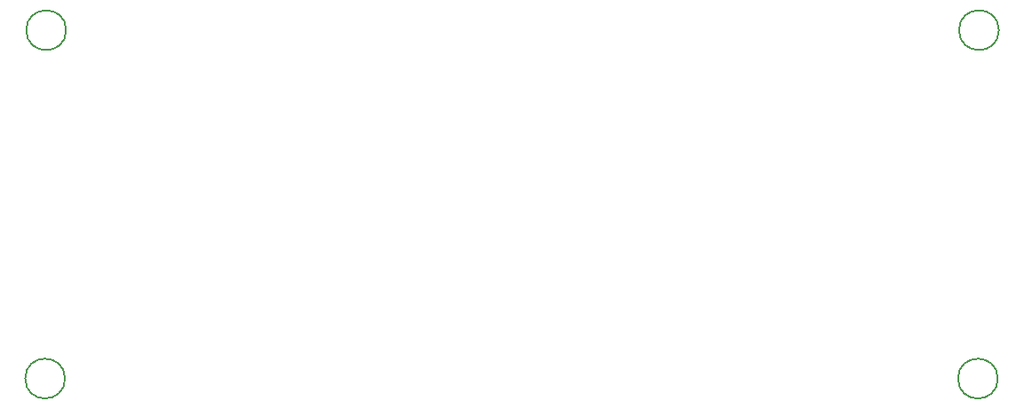
<source format=gbr>
%TF.GenerationSoftware,KiCad,Pcbnew,(6.0.2)*%
%TF.CreationDate,2022-12-26T11:42:45-08:00*%
%TF.ProjectId,discrete_op_amp,64697363-7265-4746-955f-6f705f616d70,rev?*%
%TF.SameCoordinates,Original*%
%TF.FileFunction,Other,Comment*%
%FSLAX46Y46*%
G04 Gerber Fmt 4.6, Leading zero omitted, Abs format (unit mm)*
G04 Created by KiCad (PCBNEW (6.0.2)) date 2022-12-26 11:42:45*
%MOMM*%
%LPD*%
G01*
G04 APERTURE LIST*
%ADD10C,0.150000*%
G04 APERTURE END LIST*
D10*
%TO.C,H4*%
X111017000Y-125730000D02*
G75*
G03*
X111017000Y-125730000I-1900000J0D01*
G01*
%TO.C,H3*%
X200123000Y-92484000D02*
G75*
G03*
X200123000Y-92484000I-1900000J0D01*
G01*
%TO.C,H2*%
X200020000Y-125730000D02*
G75*
G03*
X200020000Y-125730000I-1900000J0D01*
G01*
%TO.C,H1*%
X111120000Y-92484000D02*
G75*
G03*
X111120000Y-92484000I-1900000J0D01*
G01*
%TD*%
M02*

</source>
